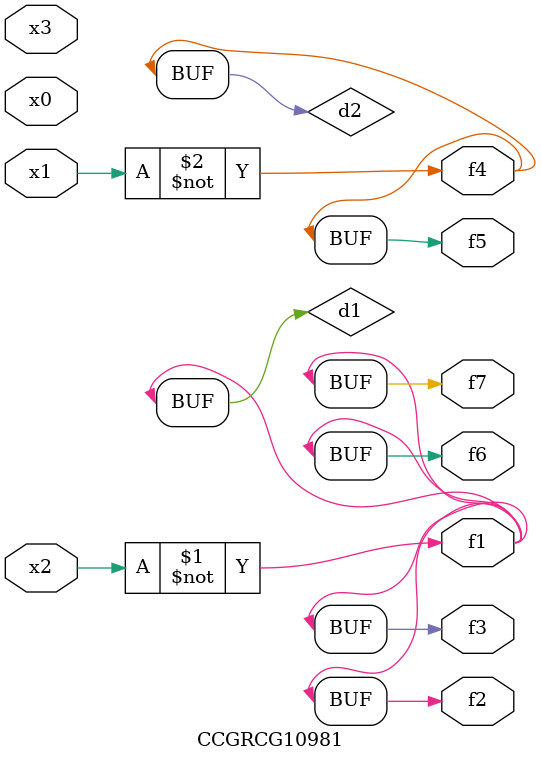
<source format=v>
module CCGRCG10981(
	input x0, x1, x2, x3,
	output f1, f2, f3, f4, f5, f6, f7
);

	wire d1, d2;

	xnor (d1, x2);
	not (d2, x1);
	assign f1 = d1;
	assign f2 = d1;
	assign f3 = d1;
	assign f4 = d2;
	assign f5 = d2;
	assign f6 = d1;
	assign f7 = d1;
endmodule

</source>
